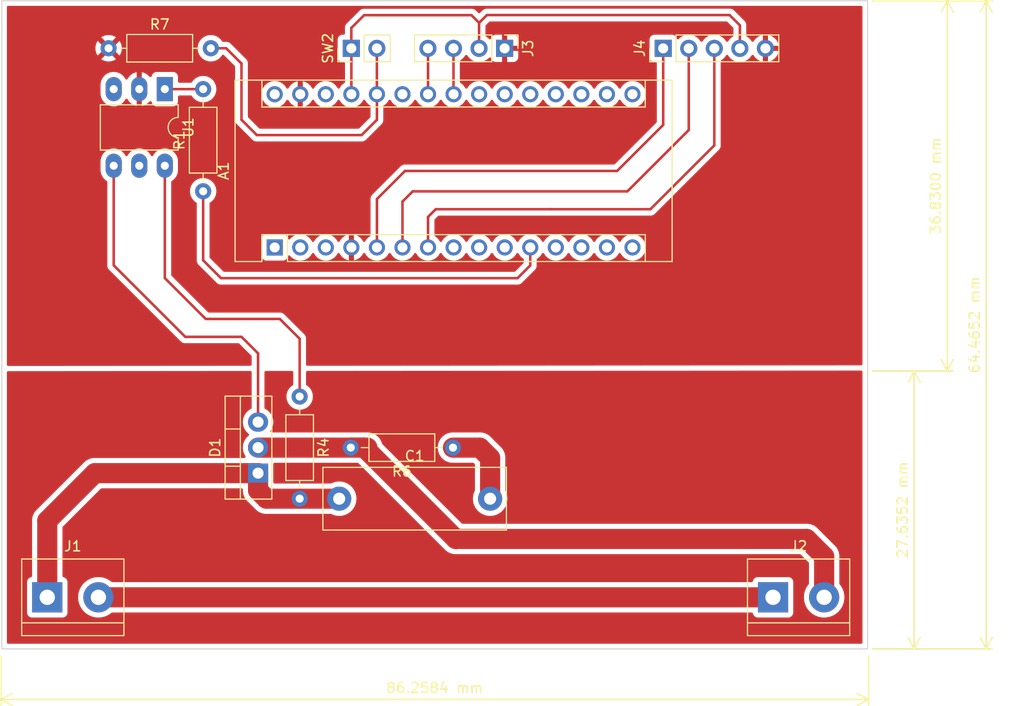
<source format=kicad_pcb>
(kicad_pcb (version 20211014) (generator pcbnew)
  (layers (0 "F.Cu" signal) (31 "B.Cu" signal) (34 "B.Paste" user) (35 "F.Paste" user) (36 "B.SilkS" user "B.Silkscreen") (37 "F.SilkS" user "F.Silkscreen") (38 "B.Mask" user) (39 "F.Mask" user) (44 "Edge.Cuts" user))
  (net 0 "")
  (net 4 "GND")
  (net 5 "ENC_CLK")
  (net 6 "ENC_DT")
  (net 7 "ENC_SW")
  (net 8 "BTN_FIRE")
  (net 9 "CONTROL_SIGNAL")
  (net 18 "+5V")
  (net 21 "Net-(C1-Pad1)")
  (net 22 "Net-(C1-Pad2)")
  (net 23 "Net-(D1-Pad2)")
  (net 24 "Net-(D1-Pad3)")
  (net 25 "Net-(J1-Pad2)")
  (net 26 "Net-(R1-Pad2)")
  (net 27 "Net-(R4-Pad1)")
  (net 36 "SDA")
  (net 37 "SCL")
  (footprint "Connector_PinHeader_2.54mm:PinHeader_1x05_P2.54mm_Vertical" (layer "F.Cu") (at 250.4074 18.8096 90)
    (fp_text reference "J4" (at 0 -2.33 90) (layer "F.SilkS"))
    (fp_text value "Encoder")
    (fp_line (start -1.33 1.27) (end -1.33 11.49) (layer "F.SilkS") (width 0.12))
    (fp_line (start 1.33 1.27) (end 1.33 11.49) (layer "F.SilkS") (width 0.12))
    (fp_line (start -1.33 1.27) (end 1.33 1.27) (layer "F.SilkS") (width 0.12))
    (fp_line (start -1.33 -1.33) (end 0 -1.33) (layer "F.SilkS") (width 0.12))
    (fp_line (start -1.33 0) (end -1.33 -1.33) (layer "F.SilkS") (width 0.12))
    (fp_line (start -1.33 11.49) (end 1.33 11.49) (layer "F.SilkS") (width 0.12))
    (pad "1" thru_hole rect (at 0 0 90) (size 1.7 1.7) (drill 1) (layers *.Cu *.Mask) (net 5 "ENC_CLK"))
    (pad "2" thru_hole oval (at 0 2.54 90) (size 1.7 1.7) (drill 1) (layers *.Cu *.Mask) (net 6 "ENC_DT"))
    (pad "3" thru_hole oval (at 0 5.08 90) (size 1.7 1.7) (drill 1) (layers *.Cu *.Mask) (net 7 "ENC_SW"))
    (pad "4" thru_hole oval (at 0 7.62 90) (size 1.7 1.7) (drill 1) (layers *.Cu *.Mask) (net 18 "+5V"))
    (pad "5" thru_hole oval (at 0 10.16 90) (size 1.7 1.7) (drill 1) (layers *.Cu *.Mask) (net 4 "GND"))
  )
  (footprint "Resistor_THT:R_Axial_DIN0207_L6.3mm_D2.5mm_P10.16mm_Horizontal" (layer "F.Cu") (at 214.2744 53.4416 -90)
    (fp_text reference "R4" (at 5.08 -2.37 90) (layer "F.SilkS"))
    (fp_text value "510")
    (fp_line (start 8.35 -1.37) (end 1.81 -1.37) (layer "F.SilkS") (width 0.12))
    (fp_line (start 1.81 -1.37) (end 1.81 1.37) (layer "F.SilkS") (width 0.12))
    (fp_line (start 9.12 0) (end 8.35 0) (layer "F.SilkS") (width 0.12))
    (fp_line (start 1.04 0) (end 1.81 0) (layer "F.SilkS") (width 0.12))
    (fp_line (start 1.81 1.37) (end 8.35 1.37) (layer "F.SilkS") (width 0.12))
    (fp_line (start 8.35 1.37) (end 8.35 -1.37) (layer "F.SilkS") (width 0.12))
    (pad "1" thru_hole circle (at 0 0 270) (size 1.6 1.6) (drill 0.8) (layers *.Cu *.Mask) (net 27 "Net-(R4-Pad1)"))
    (pad "2" thru_hole oval (at 10.16 0 270) (size 1.6 1.6) (drill 0.8) (layers *.Cu *.Mask) (net 21 "Net-(C1-Pad1)"))
  )
  (footprint "Resistor_THT:R_Axial_DIN0207_L6.3mm_D2.5mm_P10.16mm_Horizontal" (layer "F.Cu") (at 229.5144 58.5216 180)
    (fp_text reference "R6" (at 5.08 -2.37) (layer "F.SilkS"))
    (fp_text value "36")
    (fp_line (start 1.81 -1.37) (end 1.81 1.37) (layer "F.SilkS") (width 0.12))
    (fp_line (start 1.81 1.37) (end 8.35 1.37) (layer "F.SilkS") (width 0.12))
    (fp_line (start 8.35 1.37) (end 8.35 -1.37) (layer "F.SilkS") (width 0.12))
    (fp_line (start 1.04 0) (end 1.81 0) (layer "F.SilkS") (width 0.12))
    (fp_line (start 9.12 0) (end 8.35 0) (layer "F.SilkS") (width 0.12))
    (fp_line (start 8.35 -1.37) (end 1.81 -1.37) (layer "F.SilkS") (width 0.12))
    (pad "1" thru_hole circle (at 0 0 180) (size 1.6 1.6) (drill 0.8) (layers *.Cu *.Mask) (net 22 "Net-(C1-Pad2)"))
    (pad "2" thru_hole oval (at 10.16 0 180) (size 1.6 1.6) (drill 0.8) (layers *.Cu *.Mask) (net 23 "Net-(D1-Pad2)"))
  )
  (footprint "TerminalBlock:TerminalBlock_bornier-2_P5.08mm" (layer "F.Cu") (at 189.1884 73.4096)
    (fp_text reference "J1" (at 2.54 -5.08) (layer "F.SilkS"))
    (fp_text value "AC 220V")
    (fp_line (start -2.54 -3.81) (end -2.54 3.81) (layer "F.SilkS") (width 0.12))
    (fp_line (start 7.62 2.54) (end -2.54 2.54) (layer "F.SilkS") (width 0.12))
    (fp_line (start 7.62 -3.81) (end -2.54 -3.81) (layer "F.SilkS") (width 0.12))
    (fp_line (start -2.54 3.81) (end 7.62 3.81) (layer "F.SilkS") (width 0.12))
    (fp_line (start 7.62 3.81) (end 7.62 -3.81) (layer "F.SilkS") (width 0.12))
    (pad "1" thru_hole rect (at 0 0) (size 3 3) (drill 1.52) (layers *.Cu *.Mask) (net 21 "Net-(C1-Pad1)"))
    (pad "2" thru_hole circle (at 5.08 0) (size 3 3) (drill 1.52) (layers *.Cu *.Mask) (net 25 "Net-(J1-Pad2)"))
  )
  (footprint "Module:Arduino_Nano" (layer "F.Cu") (at 211.7944 38.6116 90)
    (fp_text reference "A1" (at 7.62 -5.08 90) (layer "F.SilkS"))
    (fp_text value "Arduino_Nano_v3.x")
    (fp_line (start 1.27 1.27) (end 1.27 36.83) (layer "F.SilkS") (width 0.12))
    (fp_line (start -1.4 39.5) (end 16.64 39.5) (layer "F.SilkS") (width 0.12))
    (fp_line (start 1.27 36.83) (end -1.4 36.83) (layer "F.SilkS") (width 0.12))
    (fp_line (start 1.27 1.27) (end 1.27 -1.27) (layer "F.SilkS") (width 0.12))
    (fp_line (start 1.27 1.27) (end -1.4 1.27) (layer "F.SilkS") (width 0.12))
    (fp_line (start 1.27 -1.27) (end -1.4 -1.27) (layer "F.SilkS") (width 0.12))
    (fp_line (start 16.64 -3.94) (end -1.4 -3.94) (layer "F.SilkS") (width 0.12))
    (fp_line (start 16.64 39.5) (end 16.64 -3.94) (layer "F.SilkS") (width 0.12))
    (fp_line (start 13.97 -1.27) (end 16.64 -1.27) (layer "F.SilkS") (width 0.12))
    (fp_line (start 13.97 -1.27) (end 13.97 36.83) (layer "F.SilkS") (width 0.12))
    (fp_line (start -1.4 1.27) (end -1.4 39.5) (layer "F.SilkS") (width 0.12))
    (fp_line (start 13.97 36.83) (end 16.64 36.83) (layer "F.SilkS") (width 0.12))
    (fp_line (start -1.4 -3.94) (end -1.4 -1.27) (layer "F.SilkS") (width 0.12))
    (pad "1" thru_hole rect (at 0 0 90) (size 1.6 1.6) (drill 1) (layers *.Cu *.Mask))
    (pad "2" thru_hole oval (at 0 2.54 90) (size 1.6 1.6) (drill 1) (layers *.Cu *.Mask))
    (pad "3" thru_hole oval (at 0 5.08 90) (size 1.6 1.6) (drill 1) (layers *.Cu *.Mask))
    (pad "4" thru_hole oval (at 0 7.62 90) (size 1.6 1.6) (drill 1) (layers *.Cu *.Mask) (net 4 "GND"))
    (pad "5" thru_hole oval (at 0 10.16 90) (size 1.6 1.6) (drill 1) (layers *.Cu *.Mask) (net 5 "ENC_CLK"))
    (pad "6" thru_hole oval (at 0 12.7 90) (size 1.6 1.6) (drill 1) (layers *.Cu *.Mask) (net 6 "ENC_DT"))
    (pad "7" thru_hole oval (at 0 15.24 90) (size 1.6 1.6) (drill 1) (layers *.Cu *.Mask) (net 7 "ENC_SW"))
    (pad "8" thru_hole oval (at 0 17.78 90) (size 1.6 1.6) (drill 1) (layers *.Cu *.Mask))
    (pad "9" thru_hole oval (at 0 20.32 90) (size 1.6 1.6) (drill 1) (layers *.Cu *.Mask))
    (pad "10" thru_hole oval (at 0 22.86 90) (size 1.6 1.6) (drill 1) (layers *.Cu *.Mask))
    (pad "11" thru_hole oval (at 0 25.4 90) (size 1.6 1.6) (drill 1) (layers *.Cu *.Mask) (net 9 "CONTROL_SIGNAL"))
    (pad "12" thru_hole oval (at 0 27.94 90) (size 1.6 1.6) (drill 1) (layers *.Cu *.Mask))
    (pad "13" thru_hole oval (at 0 30.48 90) (size 1.6 1.6) (drill 1) (layers *.Cu *.Mask))
    (pad "14" thru_hole oval (at 0 33.02 90) (size 1.6 1.6) (drill 1) (layers *.Cu *.Mask))
    (pad "15" thru_hole oval (at 0 35.56 90) (size 1.6 1.6) (drill 1) (layers *.Cu *.Mask))
    (pad "16" thru_hole oval (at 15.24 35.56 90) (size 1.6 1.6) (drill 1) (layers *.Cu *.Mask))
    (pad "17" thru_hole oval (at 15.24 33.02 90) (size 1.6 1.6) (drill 1) (layers *.Cu *.Mask))
    (pad "18" thru_hole oval (at 15.24 30.48 90) (size 1.6 1.6) (drill 1) (layers *.Cu *.Mask))
    (pad "19" thru_hole oval (at 15.24 27.94 90) (size 1.6 1.6) (drill 1) (layers *.Cu *.Mask))
    (pad "20" thru_hole oval (at 15.24 25.4 90) (size 1.6 1.6) (drill 1) (layers *.Cu *.Mask))
    (pad "21" thru_hole oval (at 15.24 22.86 90) (size 1.6 1.6) (drill 1) (layers *.Cu *.Mask))
    (pad "22" thru_hole oval (at 15.24 20.32 90) (size 1.6 1.6) (drill 1) (layers *.Cu *.Mask))
    (pad "23" thru_hole oval (at 15.24 17.78 90) (size 1.6 1.6) (drill 1) (layers *.Cu *.Mask) (net 36 "SDA"))
    (pad "24" thru_hole oval (at 15.24 15.24 90) (size 1.6 1.6) (drill 1) (layers *.Cu *.Mask) (net 37 "SCL"))
    (pad "25" thru_hole oval (at 15.24 12.7 90) (size 1.6 1.6) (drill 1) (layers *.Cu *.Mask))
    (pad "26" thru_hole oval (at 15.24 10.16 90) (size 1.6 1.6) (drill 1) (layers *.Cu *.Mask) (net 8 "BTN_FIRE"))
    (pad "27" thru_hole oval (at 15.24 7.62 90) (size 1.6 1.6) (drill 1) (layers *.Cu *.Mask) (net 18 "+5V"))
    (pad "28" thru_hole oval (at 15.24 5.08 90) (size 1.6 1.6) (drill 1) (layers *.Cu *.Mask))
    (pad "29" thru_hole oval (at 15.24 2.54 90) (size 1.6 1.6) (drill 1) (layers *.Cu *.Mask) (net 4 "GND"))
    (pad "30" thru_hole oval (at 15.24 0 90) (size 1.6 1.6) (drill 1) (layers *.Cu *.Mask))
  )
  (footprint "Package_TO_SOT_THT:TO-220-3_Vertical" (layer "F.Cu") (at 210.1394 61.0616 90)
    (fp_text reference "D1" (at 2.54 -4.27 90) (layer "F.SilkS"))
    (fp_text value "TRIAC")
    (fp_line (start -2.58 -3.27) (end 7.66 -3.27) (layer "F.SilkS") (width 0.12))
    (fp_line (start -2.58 -1.76) (end 7.66 -1.76) (layer "F.SilkS") (width 0.12))
    (fp_line (start -2.58 -3.27) (end -2.58 1.371) (layer "F.SilkS") (width 0.12))
    (fp_line (start 0.69 -3.27) (end 0.69 -1.76) (layer "F.SilkS") (width 0.12))
    (fp_line (start 4.391 -3.27) (end 4.391 -1.76) (layer "F.SilkS") (width 0.12))
    (fp_line (start 7.66 -3.27) (end 7.66 1.371) (layer "F.SilkS") (width 0.12))
    (fp_line (start -2.58 1.371) (end 7.66 1.371) (layer "F.SilkS") (width 0.12))
    (pad "1" thru_hole rect (at 0 0 90) (size 1.905 2) (drill 1.1) (layers *.Cu *.Mask) (net 21 "Net-(C1-Pad1)"))
    (pad "2" thru_hole oval (at 2.54 0 90) (size 1.905 2) (drill 1.1) (layers *.Cu *.Mask) (net 23 "Net-(D1-Pad2)"))
    (pad "3" thru_hole oval (at 5.08 0 90) (size 1.905 2) (drill 1.1) (layers *.Cu *.Mask) (net 24 "Net-(D1-Pad3)"))
  )
  (footprint "Capacitor_THT:C_Rect_L18.0mm_W6.0mm_P15.00mm_FKS3_FKP3" (layer "F.Cu") (at 218.2044 63.6016)
    (fp_text reference "C1" (at 7.5 -4.25) (layer "F.SilkS"))
    (fp_text value "0.1u")
    (fp_line (start -1.62 3.12) (end 16.62 3.12) (layer "F.SilkS") (width 0.12))
    (fp_line (start -1.62 -3.12) (end 16.62 -3.12) (layer "F.SilkS") (width 0.12))
    (fp_line (start 16.62 -3.12) (end 16.62 3.12) (layer "F.SilkS") (width 0.12))
    (fp_line (start -1.62 -3.12) (end -1.62 3.12) (layer "F.SilkS") (width 0.12))
    (pad "1" thru_hole circle (at 0 0) (size 2.4 2.4) (drill 1.2) (layers *.Cu *.Mask) (net 21 "Net-(C1-Pad1)"))
    (pad "2" thru_hole circle (at 15 0) (size 2.4 2.4) (drill 1.2) (layers *.Cu *.Mask) (net 22 "Net-(C1-Pad2)"))
  )
  (footprint "Connector_PinHeader_2.54mm:PinHeader_1x04_P2.54mm_Vertical" (layer "F.Cu") (at 234.6444 18.8096 -90)
    (fp_text reference "J3" (at 0 -2.33 90) (layer "F.SilkS"))
    (fp_text value "I2C")
    (fp_line (start -1.33 8.95) (end 1.33 8.95) (layer "F.SilkS") (width 0.12))
    (fp_line (start 1.33 1.27) (end 1.33 8.95) (layer "F.SilkS") (width 0.12))
    (fp_line (start -1.33 -1.33) (end 0 -1.33) (layer "F.SilkS") (width 0.12))
    (fp_line (start -1.33 1.27) (end 1.33 1.27) (layer "F.SilkS") (width 0.12))
    (fp_line (start -1.33 0) (end -1.33 -1.33) (layer "F.SilkS") (width 0.12))
    (fp_line (start -1.33 1.27) (end -1.33 8.95) (layer "F.SilkS") (width 0.12))
    (pad "1" thru_hole rect (at 0 0 270) (size 1.7 1.7) (drill 1) (layers *.Cu *.Mask) (net 4 "GND"))
    (pad "2" thru_hole oval (at 0 2.54 270) (size 1.7 1.7) (drill 1) (layers *.Cu *.Mask) (net 18 "+5V"))
    (pad "3" thru_hole oval (at 0 5.08 270) (size 1.7 1.7) (drill 1) (layers *.Cu *.Mask) (net 36 "SDA"))
    (pad "4" thru_hole oval (at 0 7.62 270) (size 1.7 1.7) (drill 1) (layers *.Cu *.Mask) (net 37 "SCL"))
  )
  (footprint "Resistor_THT:R_Axial_DIN0207_L6.3mm_D2.5mm_P10.16mm_Horizontal" (layer "F.Cu") (at 204.6824 33.0236 90)
    (fp_text reference "R1" (at 5.08 -2.37 90) (layer "F.SilkS"))
    (fp_text value "220")
    (fp_line (start 1.81 -1.37) (end 1.81 1.37) (layer "F.SilkS") (width 0.12))
    (fp_line (start 1.04 0) (end 1.81 0) (layer "F.SilkS") (width 0.12))
    (fp_line (start 8.35 1.37) (end 8.35 -1.37) (layer "F.SilkS") (width 0.12))
    (fp_line (start 9.12 0) (end 8.35 0) (layer "F.SilkS") (width 0.12))
    (fp_line (start 1.81 1.37) (end 8.35 1.37) (layer "F.SilkS") (width 0.12))
    (fp_line (start 8.35 -1.37) (end 1.81 -1.37) (layer "F.SilkS") (width 0.12))
    (pad "1" thru_hole circle (at 0 0 90) (size 1.6 1.6) (drill 0.8) (layers *.Cu *.Mask) (net 9 "CONTROL_SIGNAL"))
    (pad "2" thru_hole oval (at 10.16 0 90) (size 1.6 1.6) (drill 0.8) (layers *.Cu *.Mask) (net 26 "Net-(R1-Pad2)"))
  )
  (footprint "TerminalBlock:TerminalBlock_bornier-2_P5.08mm" (layer "F.Cu") (at 261.3244 73.4096)
    (fp_text reference "J2" (at 2.54 -5.08) (layer "F.SilkS"))
    (fp_text value "LOAD")
    (fp_line (start -2.54 3.81) (end 7.62 3.81) (layer "F.SilkS") (width 0.12))
    (fp_line (start -2.54 -3.81) (end -2.54 3.81) (layer "F.SilkS") (width 0.12))
    (fp_line (start 7.62 -3.81) (end -2.54 -3.81) (layer "F.SilkS") (width 0.12))
    (fp_line (start 7.62 2.54) (end -2.54 2.54) (layer "F.SilkS") (width 0.12))
    (fp_line (start 7.62 3.81) (end 7.62 -3.81) (layer "F.SilkS") (width 0.12))
    (pad "1" thru_hole rect (at 0 0) (size 3 3) (drill 1.52) (layers *.Cu *.Mask) (net 25 "Net-(J1-Pad2)"))
    (pad "2" thru_hole circle (at 5.08 0) (size 3 3) (drill 1.52) (layers *.Cu *.Mask) (net 23 "Net-(D1-Pad2)"))
  )
  (footprint "Connector_PinHeader_2.54mm:PinHeader_1x02_P2.54mm_Vertical" (layer "F.Cu") (at 219.4094 18.8096 90)
    (fp_text reference "SW2" (at 0 -2.33 90) (layer "F.SilkS"))
    (fp_text value "SW_FIRE")
    (fp_line (start -1.33 3.87) (end 1.33 3.87) (layer "F.SilkS") (width 0.12))
    (fp_line (start -1.33 1.27) (end 1.33 1.27) (layer "F.SilkS") (width 0.12))
    (fp_line (start -1.33 -1.33) (end 0 -1.33) (layer "F.SilkS") (width 0.12))
    (fp_line (start -1.33 1.27) (end -1.33 3.87) (layer "F.SilkS") (width 0.12))
    (fp_line (start 1.33 1.27) (end 1.33 3.87) (layer "F.SilkS") (width 0.12))
    (fp_line (start -1.33 0) (end -1.33 -1.33) (layer "F.SilkS") (width 0.12))
    (pad "1" thru_hole rect (at 0 0 90) (size 1.7 1.7) (drill 1) (layers *.Cu *.Mask) (net 18 "+5V"))
    (pad "2" thru_hole oval (at 0 2.54 90) (size 1.7 1.7) (drill 1) (layers *.Cu *.Mask) (net 8 "BTN_FIRE"))
  )
  (footprint "Resistor_THT:R_Axial_DIN0207_L6.3mm_D2.5mm_P10.16mm_Horizontal" (layer "F.Cu") (at 195.2844 18.7996)
    (fp_text reference "R7" (at 5.08 -2.37) (layer "F.SilkS"))
    (fp_text value "10k")
    (fp_line (start 8.35 -1.37) (end 1.81 -1.37) (layer "F.SilkS") (width 0.12))
    (fp_line (start 8.35 1.37) (end 8.35 -1.37) (layer "F.SilkS") (width 0.12))
    (fp_line (start 1.81 1.37) (end 8.35 1.37) (layer "F.SilkS") (width 0.12))
    (fp_line (start 1.04 0) (end 1.81 0) (layer "F.SilkS") (width 0.12))
    (fp_line (start 1.81 -1.37) (end 1.81 1.37) (layer "F.SilkS") (width 0.12))
    (fp_line (start 9.12 0) (end 8.35 0) (layer "F.SilkS") (width 0.12))
    (pad "1" thru_hole circle (at 0 0) (size 1.6 1.6) (drill 0.8) (layers *.Cu *.Mask) (net 4 "GND"))
    (pad "2" thru_hole oval (at 10.16 0) (size 1.6 1.6) (drill 0.8) (layers *.Cu *.Mask) (net 8 "BTN_FIRE"))
  )
  (footprint "Package_DIP:DIP-6_W7.62mm_LongPads" (layer "F.Cu") (at 200.8724 22.8636 -90)
    (fp_text reference "U1" (at 3.81 -2.33 90) (layer "F.SilkS"))
    (fp_text value "MOC3020M")
    (fp_line (start 6.06 -1.33) (end 4.81 -1.33) (layer "F.SilkS") (width 0.12))
    (fp_line (start 2.81 -1.33) (end 1.56 -1.33) (layer "F.SilkS") (width 0.12))
    (fp_line (start 1.56 -1.33) (end 1.56 6.41) (layer "F.SilkS") (width 0.12))
    (fp_line (start 1.56 6.41) (end 6.06 6.41) (layer "F.SilkS") (width 0.12))
    (fp_line (start 6.06 6.41) (end 6.06 -1.33) (layer "F.SilkS") (width 0.12))
    (fp_arc (start 4.81 -1.33) (mid 3.81 -0.33) (end 2.81 -1.33) (layer "F.SilkS") (width 0.12))
    (pad "1" thru_hole rect (at 0 0 270) (size 2.4 1.6) (drill 0.8) (layers *.Cu *.Mask) (net 26 "Net-(R1-Pad2)"))
    (pad "2" thru_hole oval (at 0 2.54 270) (size 2.4 1.6) (drill 0.8) (layers *.Cu *.Mask) (net 4 "GND"))
    (pad "3" thru_hole oval (at 0 5.08 270) (size 2.4 1.6) (drill 0.8) (layers *.Cu *.Mask))
    (pad "4" thru_hole oval (at 7.62 5.08 270) (size 2.4 1.6) (drill 0.8) (layers *.Cu *.Mask) (net 24 "Net-(D1-Pad3)"))
    (pad "5" thru_hole oval (at 7.62 2.54 270) (size 2.4 1.6) (drill 0.8) (layers *.Cu *.Mask))
    (pad "6" thru_hole oval (at 7.62 0 270) (size 2.4 1.6) (drill 0.8) (layers *.Cu *.Mask) (net 27 "Net-(R4-Pad1)"))
  )
  (gr_rect (start 184.6672 78.5404) (end 270.7224 14.0752) (layer "Edge.Cuts") (width 0.1) (fill none))
  (dimension (type aligned) (layer "F.SilkS") (pts (xy 270.7224 78.5404) (xy 270.7224 50.9052)) (height 4.6228) (gr_text "27.6352 mm" (at 274.1952 64.7228 90) (layer "F.SilkS") (effects (font (size 1 1) (thickness 0.15)))) (format (units 3) (units_format 1) (precision 4)) (style (thickness 0.15) (arrow_length 1.27) (text_position_mode 0) (extension_height 0.58642) (extension_offset 0.5) keep_text_aligned))
  (dimension (type aligned) (layer "F.SilkS") (pts (xy 270.824 78.7944) (xy 184.5656 78.7944)) (height -4.7752) (gr_text "86.2584 mm" (at 227.6948 82.4196) (layer "F.SilkS") (effects (font (size 1 1) (thickness 0.15)))) (format (units 3) (units_format 1) (precision 4)) (style (thickness 0.15) (arrow_length 1.27) (text_position_mode 0) (extension_height 0.58642) (extension_offset 0.5) keep_text_aligned))
  (dimension (type aligned) (layer "F.SilkS") (pts (xy 270.7224 78.5404) (xy 270.7224 14.0752)) (height 11.7856) (gr_text "64.4652 mm" (at 281.358 46.3078 90) (layer "F.SilkS") (effects (font (size 1 1) (thickness 0.15)))) (format (units 3) (units_format 1) (precision 4)) (style (thickness 0.15) (arrow_length 1.27) (text_position_mode 0) (extension_height 0.58642) (extension_offset 0.5) keep_text_aligned))
  (dimension (type aligned) (layer "F.SilkS") (pts (xy 270.7224 14.0752) (xy 270.7224 50.9052)) (height -7.9248) (gr_text "36.8300 mm" (at 277.4972 32.4902 90) (layer "F.SilkS") (effects (font (size 1 1) (thickness 0.15)))) (format (units 3) (units_format 1) (precision 4)) (style (thickness 0.15) (arrow_length 1.27) (text_position_mode 0) (extension_height 0.58642) (extension_offset 0.5) keep_text_aligned))
  (segment (start 245.8304 31.0016) (end 224.7484 31.0016) (width 0.25) (layer "F.Cu") (net 5))
  (segment (start 250.4074 18.8096) (end 250.4074 26.4246) (width 0.25) (layer "F.Cu") (net 5))
  (segment (start 250.4074 26.4246) (end 245.8304 31.0016) (width 0.25) (layer "F.Cu") (net 5))
  (segment (start 224.7484 31.0016) (end 221.9544 33.7956) (width 0.25) (layer "F.Cu") (net 5))
  (segment (start 221.9544 33.7956) (end 221.9544 38.6116) (width 0.25) (layer "F.Cu") (net 5))
  (segment (start 224.4944 34.0496) (end 225.5104 33.0336) (width 0.25) (layer "F.Cu") (net 6))
  (segment (start 224.4944 38.6116) (end 224.4944 34.0496) (width 0.25) (layer "F.Cu") (net 6))
  (segment (start 225.5104 33.0336) (end 246.8464 33.0336) (width 0.25) (layer "F.Cu") (net 6))
  (segment (start 252.9474 26.9326) (end 252.9474 18.8096) (width 0.25) (layer "F.Cu") (net 6))
  (segment (start 246.8464 33.0336) (end 252.9474 26.9326) (width 0.25) (layer "F.Cu") (net 6))
  (segment (start 255.4874 28.4566) (end 255.4874 18.8096) (width 0.25) (layer "F.Cu") (net 7))
  (segment (start 239.2264 34.8116) (end 249.1324 34.8116) (width 0.25) (layer "F.Cu") (net 7))
  (segment (start 227.0344 35.5736) (end 227.7964 34.8116) (width 0.25) (layer "F.Cu") (net 7))
  (segment (start 227.0344 38.6116) (end 227.0344 35.5736) (width 0.25) (layer "F.Cu") (net 7))
  (segment (start 249.1324 34.8116) (end 255.4874 28.4566) (width 0.25) (layer "F.Cu") (net 7))
  (segment (start 227.7964 34.8116) (end 239.2264 34.8116) (width 0.25) (layer "F.Cu") (net 7))
  (segment (start 221.9544 25.9116) (end 220.4304 27.4356) (width 0.25) (layer "F.Cu") (net 8))
  (segment (start 221.9494 23.3666) (end 221.9544 23.3716) (width 0.25) (layer "F.Cu") (net 8))
  (segment (start 220.4304 27.4356) (end 210.0164 27.4356) (width 0.25) (layer "F.Cu") (net 8))
  (segment (start 210.0164 27.4356) (end 208.4924 25.9116) (width 0.25) (layer "F.Cu") (net 8))
  (segment (start 221.9494 18.8096) (end 221.9494 23.3666) (width 0.25) (layer "F.Cu") (net 8))
  (segment (start 208.4924 20.3236) (end 206.9684 18.7996) (width 0.25) (layer "F.Cu") (net 8))
  (segment (start 221.9544 23.3716) (end 221.9544 25.9116) (width 0.25) (layer "F.Cu") (net 8))
  (segment (start 206.9684 18.7996) (end 205.4444 18.7996) (width 0.25) (layer "F.Cu") (net 8))
  (segment (start 208.4924 25.9116) (end 208.4924 20.3236) (width 0.25) (layer "F.Cu") (net 8))
  (segment (start 237.1944 40.3996) (end 235.9244 41.6696) (width 0.25) (layer "F.Cu") (net 9))
  (segment (start 204.6824 33.0236) (end 204.6824 39.8916) (width 0.25) (layer "F.Cu") (net 9))
  (segment (start 235.9244 41.6696) (end 206.4604 41.6696) (width 0.25) (layer "F.Cu") (net 9))
  (segment (start 204.6824 39.8916) (end 206.4604 41.6696) (width 0.25) (layer "F.Cu") (net 9))
  (segment (start 237.1944 38.6116) (end 237.1944 40.3996) (width 0.25) (layer "F.Cu") (net 9))
  (segment (start 258.0274 16.5186) (end 257.0064 15.4976) (width 0.25) (layer "F.Cu") (net 18))
  (segment (start 232.1144 16.2696) (end 232.1044 16.2796) (width 0.25) (layer "F.Cu") (net 18))
  (segment (start 257.0064 15.4976) (end 232.8864 15.4976) (width 0.25) (layer "F.Cu") (net 18))
  (segment (start 219.4144 18.8146) (end 219.4094 18.8096) (width 0.25) (layer "F.Cu") (net 18))
  (segment (start 232.8864 15.4976) (end 232.1144 16.2696) (width 0.25) (layer "F.Cu") (net 18))
  (segment (start 232.1044 16.2796) (end 232.1044 18.8096) (width 0.25) (layer "F.Cu") (net 18))
  (segment (start 220.6844 15.5076) (end 231.3524 15.5076) (width 0.25) (layer "F.Cu") (net 18))
  (segment (start 219.4094 18.8096) (end 219.4094 16.7826) (width 0.25) (layer "F.Cu") (net 18))
  (segment (start 258.0274 18.8096) (end 258.0274 16.5186) (width 0.25) (layer "F.Cu") (net 18))
  (segment (start 219.4144 23.3716) (end 219.4144 18.8146) (width 0.25) (layer "F.Cu") (net 18))
  (segment (start 219.4094 16.7826) (end 220.6844 15.5076) (width 0.25) (layer "F.Cu") (net 18))
  (segment (start 231.3524 15.5076) (end 232.1144 16.2696) (width 0.25) (layer "F.Cu") (net 18))
  (segment (start 210.1394 61.0616) (end 210.1394 62.7686) (width 2) (layer "F.Cu") (net 21))
  (segment (start 193.9164 61.0616) (end 210.1394 61.0616) (width 2) (layer "F.Cu") (net 21))
  (segment (start 210.1394 62.7686) (end 210.9724 63.6016) (width 2) (layer "F.Cu") (net 21))
  (segment (start 214.2744 63.6016) (end 218.2044 63.6016) (width 2) (layer "F.Cu") (net 21))
  (segment (start 189.1884 65.7896) (end 193.9164 61.0616) (width 2) (layer "F.Cu") (net 21))
  (segment (start 210.9724 63.6016) (end 214.2744 63.6016) (width 2) (layer "F.Cu") (net 21))
  (segment (start 189.1884 73.4096) (end 189.1884 65.7896) (width 2) (layer "F.Cu") (net 21))
  (segment (start 233.2044 63.6016) (end 233.2044 59.5446) (width 2) (layer "F.Cu") (net 22))
  (segment (start 233.2044 59.5446) (end 232.1814 58.5216) (width 2) (layer "F.Cu") (net 22))
  (segment (start 232.1814 58.5216) (end 229.5144 58.5216) (width 2) (layer "F.Cu") (net 22))
  (segment (start 229.7894 67.6066) (end 264.6654 67.6066) (width 2) (layer "F.Cu") (net 23))
  (segment (start 219.3544 58.5216) (end 220.7044 58.5216) (width 2) (layer "F.Cu") (net 23))
  (segment (start 264.6654 67.6066) (end 266.4044 69.3456) (width 2) (layer "F.Cu") (net 23))
  (segment (start 210.1394 58.5216) (end 219.3544 58.5216) (width 2) (layer "F.Cu") (net 23))
  (segment (start 266.4044 69.3456) (end 266.4044 73.4096) (width 2) (layer "F.Cu") (net 23))
  (segment (start 220.7044 58.5216) (end 229.7894 67.6066) (width 2) (layer "F.Cu") (net 23))
  (segment (start 221.0054 58.5216) (end 219.3544 58.5216) (width 2) (layer "F.Cu") (net 23))
  (segment (start 210.1394 49.1486) (end 208.4924 47.5016) (width 0.25) (layer "F.Cu") (net 24))
  (segment (start 202.9044 47.5016) (end 195.7924 40.3896) (width 0.25) (layer "F.Cu") (net 24))
  (segment (start 208.4924 47.5016) (end 202.9044 47.5016) (width 0.25) (layer "F.Cu") (net 24))
  (segment (start 210.1394 55.9816) (end 210.1394 49.1486) (width 0.25) (layer "F.Cu") (net 24))
  (segment (start 195.7924 40.3896) (end 195.7924 30.4836) (width 0.25) (layer "F.Cu") (net 24))
  (segment (start 194.2684 73.4096) (end 261.3244 73.4096) (width 2) (layer "F.Cu") (net 25))
  (segment (start 201.5074 22.7466) (end 201.4924 22.7316) (width 0.25) (layer "F.Cu") (net 26))
  (segment (start 204.6824 22.8636) (end 200.8724 22.8636) (width 0.25) (layer "F.Cu") (net 26))
  (segment (start 204.9364 45.7236) (end 200.8724 41.6596) (width 0.25) (layer "F.Cu") (net 27))
  (segment (start 214.2744 53.4416) (end 214.2744 47.6956) (width 0.25) (layer "F.Cu") (net 27))
  (segment (start 212.3024 45.7236) (end 204.9364 45.7236) (width 0.25) (layer "F.Cu") (net 27))
  (segment (start 214.2744 47.6956) (end 212.3024 45.7236) (width 0.25) (layer "F.Cu") (net 27))
  (segment (start 200.8724 41.6596) (end 200.8724 30.4836) (width 0.25) (layer "F.Cu") (net 27))
  (segment (start 229.5644 23.3616) (end 229.5744 23.3716) (width 0.25) (layer "F.Cu") (net 36))
  (segment (start 229.5644 18.8096) (end 229.5644 23.3616) (width 0.25) (layer "F.Cu") (net 36))
  (segment (start 227.0344 18.8196) (end 227.0244 18.8096) (width 0.25) (layer "F.Cu") (net 37))
  (segment (start 227.0344 23.3716) (end 227.0344 18.8196) (width 0.25) (layer "F.Cu") (net 37))
  (zone (net 4) (net_name "GND") (layer "F.Cu") (connect_pads (clearance 0.508)) (min_thickness 0.254) (fill yes (thermal_gap 0.508) (thermal_bridge_width 0.508))
    (polygon (pts (xy 270.7044 50.8864) (xy 184.6744 50.8864) (xy 184.6744 14.0816) (xy 270.7044 14.0816)))
  )
  (zone (net 0) (net_name "") (layer "F.Cu") (priority 1) (connect_pads (clearance 0.508)) (min_thickness 0.254) (fill yes (thermal_gap 0.508) (thermal_bridge_width 0.508))
    (polygon (pts (xy 270.7224 78.5404) (xy 184.6672 78.4896) (xy 184.6672 50.913876) (xy 270.7224 50.8544)))
  )
)
</source>
